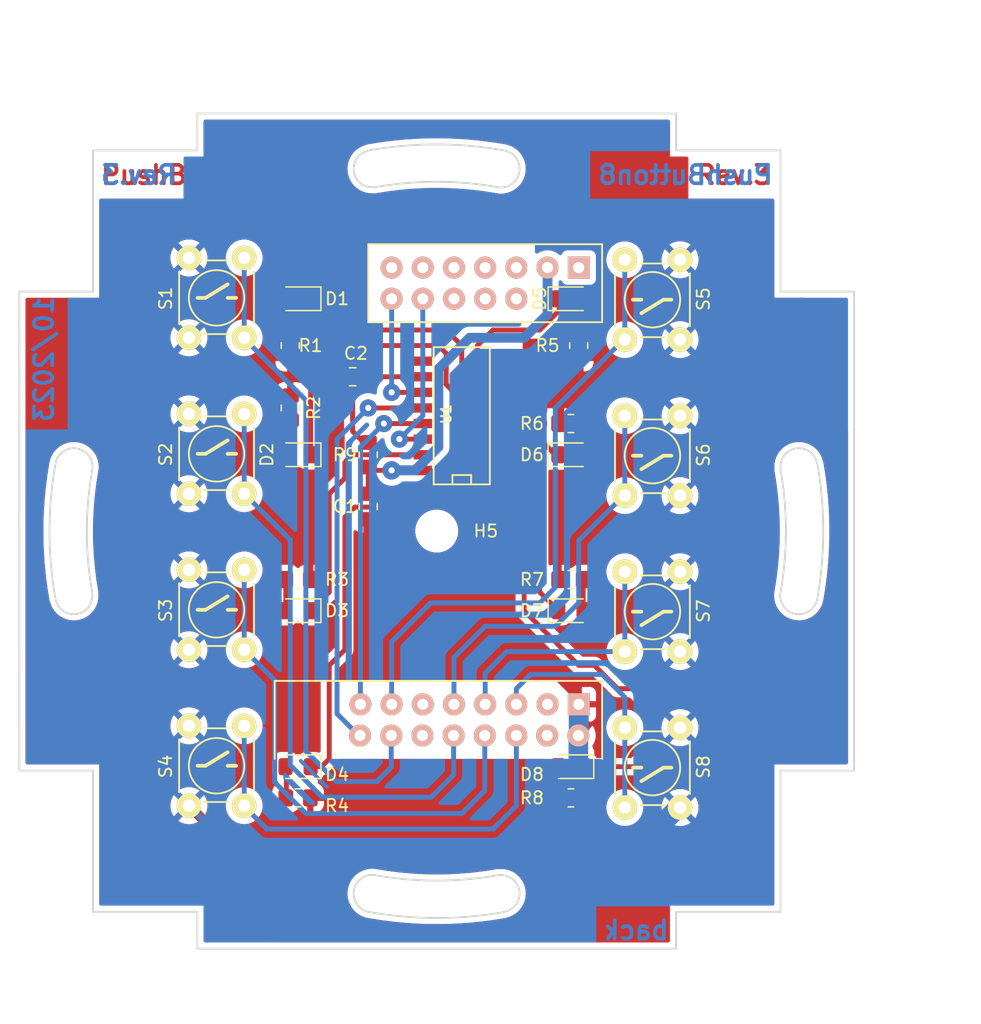
<source format=kicad_pcb>
(kicad_pcb (version 20211014) (generator pcbnew)
  (title_block (title "pushbutton8_atmega328") (date "2023-12-06") (rev "3"))
  (layers (0 "F.Cu" signal) (31 "B.Cu" signal) (34 "B.Paste" user) (35 "F.Paste" user) (36 "B.SilkS" user "B.Silkscreen") (37 "F.SilkS" user "F.Silkscreen") (38 "B.Mask" user) (39 "F.Mask" user) (44 "Edge.Cuts" user))
  (net 0 "")
  (net 1 "Net-(C1-Pad1)")
  (net 2 "Net-(C1-Pad2)")
  (net 3 "Net-(C2-Pad1)")
  (net 4 "Net-(D1-Pad2)")
  (net 5 "Net-(D2-Pad2)")
  (net 6 "Net-(D3-Pad2)")
  (net 7 "Net-(D4-Pad2)")
  (net 8 "Net-(D5-Pad1)")
  (net 9 "Net-(D5-Pad2)")
  (net 10 "Net-(D6-Pad1)")
  (net 11 "Net-(D6-Pad2)")
  (net 12 "Net-(D7-Pad1)")
  (net 13 "Net-(D7-Pad2)")
  (net 14 "Net-(D8-Pad1)")
  (net 15 "Net-(D8-Pad2)")
  (net 16 "Net-(MOD1-Pad34)")
  (net 17 "Net-(MOD1-Pad32)")
  (net 18 "Net-(MOD1-Pad16)")
  (net 19 "Net-(MOD1-Pad15)")
  (net 20 "Net-(MOD1-Pad14)")
  (net 21 "Net-(MOD1-Pad13)")
  (net 22 "Net-(MOD1-Pad10)")
  (net 23 "Net-(MOD1-Pad9)")
  (net 24 "Net-(MOD1-Pad8)")
  (net 25 "Net-(MOD1-Pad6)")
  (net 26 "Net-(MOD1-Pad7)")
  (net 27 "Net-(MOD1-Pad5)")
  (net 28 "Net-(D3-Pad1)")
  (net 29 "Net-(D4-Pad1)")
  (net 30 "Net-(D1-Pad1)")
  (net 31 "Net-(D2-Pad1)")
  (footprint "Capacitor_SMD:C_0805_2012Metric_Pad1.18x1.45mm_HandSolder" (layer "F.Cu") (at 121.92 125.4975 -90)
    (fp_text reference "C1" (at 0 1.905) (layer "F.SilkS"))
    (fp_text value "100nF")
    (pad "1" smd roundrect (at -1.0375 0 270) (size 1.175 1.45) (layers "F.Cu" "F.Paste" "F.Mask") (roundrect_rratio 0.2127659574) (net 1 "Net-(C1-Pad1)"))
    (pad "2" smd roundrect (at 1.0375 0 270) (size 1.175 1.45) (layers "F.Cu" "F.Paste" "F.Mask") (roundrect_rratio 0.2127659574) (net 2 "Net-(C1-Pad2)"))
  )
  (footprint "Capacitor_SMD:C_0805_2012Metric_Pad1.18x1.45mm_HandSolder" (layer "F.Cu") (at 120.65 114.935 180)
    (fp_text reference "C2" (at -0.261252 1.905) (layer "F.SilkS"))
    (fp_text value "100nF")
    (pad "1" smd roundrect (at -1.0375 0 180) (size 1.175 1.45) (layers "F.Cu" "F.Paste" "F.Mask") (roundrect_rratio 0.2127659574) (net 3 "Net-(C2-Pad1)"))
    (pad "2" smd roundrect (at 1.0375 0 180) (size 1.175 1.45) (layers "F.Cu" "F.Paste" "F.Mask") (roundrect_rratio 0.2127659574) (net 2 "Net-(C1-Pad2)"))
  )
  (footprint "LED_SMD:LED_0805_2012Metric_Pad1.15x1.40mm_HandSolder" (layer "F.Cu") (at 116.205 108.585 180)
    (fp_text reference "D1" (at -3.175 0) (layer "F.SilkS"))
    (fp_text value "LED")
    (pad "1" smd roundrect (at -1.025 0 180) (size 1.15 1.4) (layers "F.Cu" "F.Paste" "F.Mask") (roundrect_rratio 0.2173913043) (net 30 "Net-(D1-Pad1)"))
    (pad "2" smd roundrect (at 1.025 0 180) (size 1.15 1.4) (layers "F.Cu" "F.Paste" "F.Mask") (roundrect_rratio 0.2173913043) (net 4 "Net-(D1-Pad2)"))
  )
  (footprint "LED_SMD:LED_0805_2012Metric_Pad1.15x1.40mm_HandSolder" (layer "F.Cu") (at 116.205 121.285 180)
    (fp_text reference "D2" (at 2.54 0 270) (layer "F.SilkS"))
    (fp_text value "LED")
    (pad "1" smd roundrect (at -1.025 0 180) (size 1.15 1.4) (layers "F.Cu" "F.Paste" "F.Mask") (roundrect_rratio 0.2173913043) (net 31 "Net-(D2-Pad1)"))
    (pad "2" smd roundrect (at 1.025 0 180) (size 1.15 1.4) (layers "F.Cu" "F.Paste" "F.Mask") (roundrect_rratio 0.2173913043) (net 5 "Net-(D2-Pad2)"))
  )
  (footprint "LED_SMD:LED_0805_2012Metric_Pad1.15x1.40mm_HandSolder" (layer "F.Cu") (at 116.205 133.985 180)
    (fp_text reference "D3" (at -3.175 0 180) (layer "F.SilkS"))
    (fp_text value "LED")
    (pad "1" smd roundrect (at -1.025 0 180) (size 1.15 1.4) (layers "F.Cu" "F.Paste" "F.Mask") (roundrect_rratio 0.2173913043) (net 28 "Net-(D3-Pad1)"))
    (pad "2" smd roundrect (at 1.025 0 180) (size 1.15 1.4) (layers "F.Cu" "F.Paste" "F.Mask") (roundrect_rratio 0.2173913043) (net 6 "Net-(D3-Pad2)"))
  )
  (footprint "LED_SMD:LED_0805_2012Metric_Pad1.15x1.40mm_HandSolder" (layer "F.Cu") (at 116.205 146.685 180)
    (fp_text reference "D4" (at -3.175 -0.635) (layer "F.SilkS"))
    (fp_text value "LED")
    (pad "1" smd roundrect (at -1.025 0 180) (size 1.15 1.4) (layers "F.Cu" "F.Paste" "F.Mask") (roundrect_rratio 0.2173913043) (net 29 "Net-(D4-Pad1)"))
    (pad "2" smd roundrect (at 1.025 0 180) (size 1.15 1.4) (layers "F.Cu" "F.Paste" "F.Mask") (roundrect_rratio 0.2173913043) (net 7 "Net-(D4-Pad2)"))
  )
  (footprint "LED_SMD:LED_0805_2012Metric_Pad1.15x1.40mm_HandSolder" (layer "F.Cu") (at 138.43 108.585)
    (fp_text reference "D5" (at -2.54 0 90) (layer "F.SilkS"))
    (fp_text value "LED")
    (pad "1" smd roundrect (at -1.025 0) (size 1.15 1.4) (layers "F.Cu" "F.Paste" "F.Mask") (roundrect_rratio 0.2173913043) (net 8 "Net-(D5-Pad1)"))
    (pad "2" smd roundrect (at 1.025 0) (size 1.15 1.4) (layers "F.Cu" "F.Paste" "F.Mask") (roundrect_rratio 0.2173913043) (net 9 "Net-(D5-Pad2)"))
  )
  (footprint "LED_SMD:LED_0805_2012Metric_Pad1.15x1.40mm_HandSolder" (layer "F.Cu") (at 138.43 121.285)
    (fp_text reference "D6" (at -3.175 0 180) (layer "F.SilkS"))
    (fp_text value "LED")
    (pad "1" smd roundrect (at -1.025 0) (size 1.15 1.4) (layers "F.Cu" "F.Paste" "F.Mask") (roundrect_rratio 0.2173913043) (net 10 "Net-(D6-Pad1)"))
    (pad "2" smd roundrect (at 1.025 0) (size 1.15 1.4) (layers "F.Cu" "F.Paste" "F.Mask") (roundrect_rratio 0.2173913043) (net 11 "Net-(D6-Pad2)"))
  )
  (footprint "LED_SMD:LED_0805_2012Metric_Pad1.15x1.40mm_HandSolder" (layer "F.Cu") (at 138.43 133.985)
    (fp_text reference "D7" (at -3.175 0) (layer "F.SilkS"))
    (fp_text value "LED")
    (pad "1" smd roundrect (at -1.025 0) (size 1.15 1.4) (layers "F.Cu" "F.Paste" "F.Mask") (roundrect_rratio 0.2173913043) (net 12 "Net-(D7-Pad1)"))
    (pad "2" smd roundrect (at 1.025 0) (size 1.15 1.4) (layers "F.Cu" "F.Paste" "F.Mask") (roundrect_rratio 0.2173913043) (net 13 "Net-(D7-Pad2)"))
  )
  (footprint "LED_SMD:LED_0805_2012Metric_Pad1.15x1.40mm_HandSolder" (layer "F.Cu") (at 138.43 146.685 180)
    (fp_text reference "D8" (at 3.175 -0.635 180) (layer "F.SilkS"))
    (fp_text value "LED")
    (pad "1" smd roundrect (at -1.025 0 180) (size 1.15 1.4) (layers "F.Cu" "F.Paste" "F.Mask") (roundrect_rratio 0.2173913043) (net 14 "Net-(D8-Pad1)"))
    (pad "2" smd roundrect (at 1.025 0 180) (size 1.15 1.4) (layers "F.Cu" "F.Paste" "F.Mask") (roundrect_rratio 0.2173913043) (net 15 "Net-(D8-Pad2)"))
  )
  (footprint "Resistor_SMD:R_0805_2012Metric_Pad1.20x1.40mm_HandSolder" (layer "F.Cu") (at 115.57 112.395 -90)
    (fp_text reference "R1" (at 0 -1.65) (layer "F.SilkS"))
    (fp_text value "R")
    (pad "1" smd roundrect (at -1 0 270) (size 1.2 1.4) (layers "F.Cu" "F.Paste" "F.Mask") (roundrect_rratio 0.2083333333) (net 4 "Net-(D1-Pad2)"))
    (pad "2" smd roundrect (at 1 0 270) (size 1.2 1.4) (layers "F.Cu" "F.Paste" "F.Mask") (roundrect_rratio 0.2083333333) (net 2 "Net-(C1-Pad2)"))
  )
  (footprint "Resistor_SMD:R_0805_2012Metric_Pad1.20x1.40mm_HandSolder" (layer "F.Cu") (at 115.57 117.475 90)
    (fp_text reference "R2" (at 0 1.905 90) (layer "F.SilkS"))
    (fp_text value "R")
    (pad "1" smd roundrect (at -1 0 90) (size 1.2 1.4) (layers "F.Cu" "F.Paste" "F.Mask") (roundrect_rratio 0.2083333333) (net 5 "Net-(D2-Pad2)"))
    (pad "2" smd roundrect (at 1 0 90) (size 1.2 1.4) (layers "F.Cu" "F.Paste" "F.Mask") (roundrect_rratio 0.2083333333) (net 2 "Net-(C1-Pad2)"))
  )
  (footprint "Resistor_SMD:R_0805_2012Metric_Pad1.20x1.40mm_HandSolder" (layer "F.Cu") (at 116.205 131.445)
    (fp_text reference "R3" (at 3.175 0) (layer "F.SilkS"))
    (fp_text value "R")
    (pad "1" smd roundrect (at -1 0) (size 1.2 1.4) (layers "F.Cu" "F.Paste" "F.Mask") (roundrect_rratio 0.2083333333) (net 6 "Net-(D3-Pad2)"))
    (pad "2" smd roundrect (at 1 0) (size 1.2 1.4) (layers "F.Cu" "F.Paste" "F.Mask") (roundrect_rratio 0.2083333333) (net 2 "Net-(C1-Pad2)"))
  )
  (footprint "Resistor_SMD:R_0805_2012Metric_Pad1.20x1.40mm_HandSolder" (layer "F.Cu") (at 116.205 149.225)
    (fp_text reference "R4" (at 3.175 0.635) (layer "F.SilkS"))
    (fp_text value "R")
    (pad "1" smd roundrect (at -1 0) (size 1.2 1.4) (layers "F.Cu" "F.Paste" "F.Mask") (roundrect_rratio 0.2083333333) (net 7 "Net-(D4-Pad2)"))
    (pad "2" smd roundrect (at 1 0) (size 1.2 1.4) (layers "F.Cu" "F.Paste" "F.Mask") (roundrect_rratio 0.2083333333) (net 2 "Net-(C1-Pad2)"))
  )
  (footprint "Resistor_SMD:R_0805_2012Metric_Pad1.20x1.40mm_HandSolder" (layer "F.Cu") (at 139.065 112.395 -90)
    (fp_text reference "R5" (at 0 2.54) (layer "F.SilkS"))
    (fp_text value "R")
    (pad "1" smd roundrect (at -1 0 270) (size 1.2 1.4) (layers "F.Cu" "F.Paste" "F.Mask") (roundrect_rratio 0.2083333333) (net 9 "Net-(D5-Pad2)"))
    (pad "2" smd roundrect (at 1 0 270) (size 1.2 1.4) (layers "F.Cu" "F.Paste" "F.Mask") (roundrect_rratio 0.2083333333) (net 2 "Net-(C1-Pad2)"))
  )
  (footprint "Resistor_SMD:R_0805_2012Metric_Pad1.20x1.40mm_HandSolder" (layer "F.Cu") (at 138.43 118.745 180)
    (fp_text reference "R6" (at 3.175 0) (layer "F.SilkS"))
    (fp_text value "R")
    (pad "1" smd roundrect (at -1 0 180) (size 1.2 1.4) (layers "F.Cu" "F.Paste" "F.Mask") (roundrect_rratio 0.2083333333) (net 11 "Net-(D6-Pad2)"))
    (pad "2" smd roundrect (at 1 0 180) (size 1.2 1.4) (layers "F.Cu" "F.Paste" "F.Mask") (roundrect_rratio 0.2083333333) (net 2 "Net-(C1-Pad2)"))
  )
  (footprint "Resistor_SMD:R_0805_2012Metric_Pad1.20x1.40mm_HandSolder" (layer "F.Cu") (at 138.43 131.445 180)
    (fp_text reference "R7" (at 3.175 0 180) (layer "F.SilkS"))
    (fp_text value "R")
    (pad "1" smd roundrect (at -1 0 180) (size 1.2 1.4) (layers "F.Cu" "F.Paste" "F.Mask") (roundrect_rratio 0.2083333333) (net 13 "Net-(D7-Pad2)"))
    (pad "2" smd roundrect (at 1 0 180) (size 1.2 1.4) (layers "F.Cu" "F.Paste" "F.Mask") (roundrect_rratio 0.2083333333) (net 2 "Net-(C1-Pad2)"))
  )
  (footprint "Resistor_SMD:R_0805_2012Metric_Pad1.20x1.40mm_HandSolder" (layer "F.Cu") (at 138.43 149.225)
    (fp_text reference "R8" (at -3.175 0) (layer "F.SilkS"))
    (fp_text value "R")
    (pad "1" smd roundrect (at -1 0) (size 1.2 1.4) (layers "F.Cu" "F.Paste" "F.Mask") (roundrect_rratio 0.2083333333) (net 15 "Net-(D8-Pad2)"))
    (pad "2" smd roundrect (at 1 0) (size 1.2 1.4) (layers "F.Cu" "F.Paste" "F.Mask") (roundrect_rratio 0.2083333333) (net 2 "Net-(C1-Pad2)"))
  )
  (footprint "Resistor_SMD:R_0805_2012Metric_Pad1.20x1.40mm_HandSolder" (layer "F.Cu") (at 121.92 121.285 90)
    (fp_text reference "R9" (at 0 -1.905 180) (layer "F.SilkS"))
    (fp_text value "4k7")
    (pad "1" smd roundrect (at -1 0 90) (size 1.2 1.4) (layers "F.Cu" "F.Paste" "F.Mask") (roundrect_rratio 0.2083333333) (net 1 "Net-(C1-Pad1)"))
    (pad "2" smd roundrect (at 1 0 90) (size 1.2 1.4) (layers "F.Cu" "F.Paste" "F.Mask") (roundrect_rratio 0.2083333333) (net 3 "Net-(C2-Pad1)"))
  )
  (footprint "Switch_Miscelleaneus:PHAP3301" (layer "F.Cu") (at 107.315 111.76 90)
    (fp_text reference "S1" (at 3.2 -1.9 90) (layer "F.SilkS"))
    (fp_text value "TASTER 3301")
    (pad "1" thru_hole circle locked (at 0 0 90) (size 2 2) (drill 1) (layers *.Cu *.Mask "F.SilkS") (net 2 "Net-(C1-Pad2)"))
    (pad "1" thru_hole circle locked (at 6.5 0 90) (size 2 2) (drill 1) (layers *.Cu *.Mask "F.SilkS") (net 2 "Net-(C1-Pad2)"))
    (pad "2" thru_hole circle locked (at 0 4.5 90) (size 2 2) (drill 1) (layers *.Cu *.Mask "F.SilkS") (net 20 "Net-(MOD1-Pad14)"))
    (pad "2" thru_hole circle locked (at 6.5 4.5 90) (size 2 2) (drill 1) (layers *.Cu *.Mask "F.SilkS") (net 20 "Net-(MOD1-Pad14)"))
  )
  (footprint "Switch_Miscelleaneus:PHAP3301" (layer "F.Cu") (at 107.315 124.46 90)
    (fp_text reference "S2" (at 3.2 -1.9 90) (layer "F.SilkS"))
    (fp_text value "TASTER 3301")
    (pad "1" thru_hole circle locked (at 0 0 90) (size 2 2) (drill 1) (layers *.Cu *.Mask "F.SilkS") (net 2 "Net-(C1-Pad2)"))
    (pad "1" thru_hole circle locked (at 6.5 0 90) (size 2 2) (drill 1) (layers *.Cu *.Mask "F.SilkS") (net 2 "Net-(C1-Pad2)"))
    (pad "2" thru_hole circle locked (at 0 4.5 90) (size 2 2) (drill 1) (layers *.Cu *.Mask "F.SilkS") (net 22 "Net-(MOD1-Pad10)"))
    (pad "2" thru_hole circle locked (at 6.5 4.5 90) (size 2 2) (drill 1) (layers *.Cu *.Mask "F.SilkS") (net 22 "Net-(MOD1-Pad10)"))
  )
  (footprint "Switch_Miscelleaneus:PHAP3301" (layer "F.Cu") (at 107.315 137.16 90)
    (fp_text reference "S3" (at 3.2 -1.9 90) (layer "F.SilkS"))
    (fp_text value "TASTER 3301")
    (pad "1" thru_hole circle locked (at 0 0 90) (size 2 2) (drill 1) (layers *.Cu *.Mask "F.SilkS") (net 2 "Net-(C1-Pad2)"))
    (pad "1" thru_hole circle locked (at 6.5 0 90) (size 2 2) (drill 1) (layers *.Cu *.Mask "F.SilkS") (net 2 "Net-(C1-Pad2)"))
    (pad "2" thru_hole circle locked (at 6.5 4.5 90) (size 2 2) (drill 1) (layers *.Cu *.Mask "F.SilkS") (net 24 "Net-(MOD1-Pad8)"))
    (pad "2" thru_hole circle locked (at 0 4.5 90) (size 2 2) (drill 1) (layers *.Cu *.Mask "F.SilkS") (net 24 "Net-(MOD1-Pad8)"))
  )
  (footprint "Switch_Miscelleaneus:PHAP3301" (layer "F.Cu") (at 107.315 149.86 90)
    (fp_text reference "S4" (at 3.2 -1.9 90) (layer "F.SilkS"))
    (fp_text value "TASTER 3301")
    (pad "1" thru_hole circle locked (at 6.5 0 90) (size 2 2) (drill 1) (layers *.Cu *.Mask "F.SilkS") (net 2 "Net-(C1-Pad2)"))
    (pad "1" thru_hole circle locked (at 0 0 90) (size 2 2) (drill 1) (layers *.Cu *.Mask "F.SilkS") (net 2 "Net-(C1-Pad2)"))
    (pad "2" thru_hole circle locked (at 0 4.5 90) (size 2 2) (drill 1) (layers *.Cu *.Mask "F.SilkS") (net 25 "Net-(MOD1-Pad6)"))
    (pad "2" thru_hole circle locked (at 6.5 4.5 90) (size 2 2) (drill 1) (layers *.Cu *.Mask "F.SilkS") (net 25 "Net-(MOD1-Pad6)"))
  )
  (footprint "Switch_Miscelleaneus:PHAP3301" (layer "F.Cu") (at 147.32 105.41 -90)
    (fp_text reference "S5" (at 3.2 -1.9 -90) (layer "F.SilkS"))
    (fp_text value "TASTER 3301")
    (pad "1" thru_hole circle locked (at 0 0 270) (size 2 2) (drill 1) (layers *.Cu *.Mask "F.SilkS") (net 2 "Net-(C1-Pad2)"))
    (pad "1" thru_hole circle locked (at 6.5 0 270) (size 2 2) (drill 1) (layers *.Cu *.Mask "F.SilkS") (net 2 "Net-(C1-Pad2)"))
    (pad "2" thru_hole circle locked (at 0 4.5 270) (size 2 2) (drill 1) (layers *.Cu *.Mask "F.SilkS") (net 21 "Net-(MOD1-Pad13)"))
    (pad "2" thru_hole circle locked (at 6.5 4.5 270) (size 2 2) (drill 1) (layers *.Cu *.Mask "F.SilkS") (net 21 "Net-(MOD1-Pad13)"))
  )
  (footprint "Switch_Miscelleaneus:PHAP3301" (layer "F.Cu") (at 147.32 118.11 -90)
    (fp_text reference "S6" (at 3.2 -1.9 -90) (layer "F.SilkS"))
    (fp_text value "TASTER 3301")
    (pad "1" thru_hole circle locked (at 6.5 0 270) (size 2 2) (drill 1) (layers *.Cu *.Mask "F.SilkS") (net 2 "Net-(C1-Pad2)"))
    (pad "1" thru_hole circle locked (at 0 0 270) (size 2 2) (drill 1) (layers *.Cu *.Mask "F.SilkS") (net 2 "Net-(C1-Pad2)"))
    (pad "2" thru_hole circle locked (at 6.5 4.5 270) (size 2 2) (drill 1) (layers *.Cu *.Mask "F.SilkS") (net 23 "Net-(MOD1-Pad9)"))
    (pad "2" thru_hole circle locked (at 0 4.5 270) (size 2 2) (drill 1) (layers *.Cu *.Mask "F.SilkS") (net 23 "Net-(MOD1-Pad9)"))
  )
  (footprint "Switch_Miscelleaneus:PHAP3301" (layer "F.Cu") (at 147.32 130.81 -90)
    (fp_text reference "S7" (at 3.2 -1.9 -90) (layer "F.SilkS"))
    (fp_text value "TASTER 3301")
    (pad "1" thru_hole circle locked (at 6.5 0 270) (size 2 2) (drill 1) (layers *.Cu *.Mask "F.SilkS") (net 2 "Net-(C1-Pad2)"))
    (pad "1" thru_hole circle locked (at 0 0 270) (size 2 2) (drill 1) (layers *.Cu *.Mask "F.SilkS") (net 2 "Net-(C1-Pad2)"))
    (pad "2" thru_hole circle locked (at 6.5 4.5 270) (size 2 2) (drill 1) (layers *.Cu *.Mask "F.SilkS") (net 26 "Net-(MOD1-Pad7)"))
    (pad "2" thru_hole circle locked (at 0 4.5 270) (size 2 2) (drill 1) (layers *.Cu *.Mask "F.SilkS") (net 26 "Net-(MOD1-Pad7)"))
  )
  (footprint "Switch_Miscelleaneus:PHAP3301" (layer "F.Cu") (at 147.32 143.51 -90)
    (fp_text reference "S8" (at 3.2 -1.9 -90) (layer "F.SilkS"))
    (fp_text value "TASTER 3301")
    (pad "1" thru_hole circle locked (at 6.5 0 270) (size 2 2) (drill 1) (layers *.Cu *.Mask "F.SilkS") (net 2 "Net-(C1-Pad2)"))
    (pad "1" thru_hole circle locked (at 0 0 270) (size 2 2) (drill 1) (layers *.Cu *.Mask "F.SilkS") (net 2 "Net-(C1-Pad2)"))
    (pad "2" thru_hole circle locked (at 6.5 4.5 270) (size 2 2) (drill 1) (layers *.Cu *.Mask "F.SilkS") (net 27 "Net-(MOD1-Pad5)"))
    (pad "2" thru_hole circle locked (at 0 4.5 270) (size 2 2) (drill 1) (layers *.Cu *.Mask "F.SilkS") (net 27 "Net-(MOD1-Pad5)"))
  )
  (footprint "Housings_SOIC:SO16N" (layer "F.Cu") (at 129.54 118.11 90)
    (fp_text reference "U1" (at 0.127 -1.27 90) (layer "F.SilkS") (effects (font (size 0.8 0.8))))
    (fp_text value "74HC595")
    (pad "1" smd rect locked (at -4.445 3.175 90) (size 0.762 1.5) (layers "F.Cu" "F.Paste" "F.Mask") (net 14 "Net-(D8-Pad1)"))
    (pad "2" smd rect locked (at -3.175 3.175 90) (size 0.762 1.5) (layers "F.Cu" "F.Paste" "F.Mask") (net 12 "Net-(D7-Pad1)"))
    (pad "3" smd rect locked (at -1.905 3.175 90) (size 0.762 1.5) (layers "F.Cu" "F.Paste" "F.Mask") (net 10 "Net-(D6-Pad1)"))
    (pad "4" smd rect locked (at -0.635 3.175 90) (size 0.762 1.5) (layers "F.Cu" "F.Paste" "F.Mask") (net 29 "Net-(D4-Pad1)"))
    (pad "5" smd rect locked (at 0.635 3.175 90) (size 0.762 1.5) (layers "F.Cu" "F.Paste" "F.Mask") (net 31 "Net-(D2-Pad1)"))
    (pad "6" smd rect locked (at 1.905 3.175 90) (size 0.762 1.5) (layers "F.Cu" "F.Paste" "F.Mask") (net 30 "Net-(D1-Pad1)"))
    (pad "7" smd rect locked (at 3.175 3.175 90) (size 0.762 1.5) (layers "F.Cu" "F.Paste" "F.Mask") (net 8 "Net-(D5-Pad1)"))
    (pad "8" smd rect locked (at 4.445 3.175 90) (size 0.762 1.5) (layers "F.Cu" "F.Paste" "F.Mask") (net 2 "Net-(C1-Pad2)"))
    (pad "9" smd rect locked (at 4.445 -3.175 90) (size 0.762 1.5) (layers "F.Cu" "F.Paste" "F.Mask"))
    (pad "10" smd rect locked (at 3.175 -3.175 90) (size 0.762 1.5) (layers "F.Cu" "F.Paste" "F.Mask") (net 3 "Net-(C2-Pad1)"))
    (pad "11" smd rect locked (at 1.905 -3.175 90) (size 0.762 1.5) (layers "F.Cu" "F.Paste" "F.Mask") (net 16 "Net-(MOD1-Pad34)"))
    (pad "12" smd rect locked (at 0.635 -3.175 90) (size 0.762 1.5) (layers "F.Cu" "F.Paste" "F.Mask") (net 18 "Net-(MOD1-Pad16)"))
    (pad "13" smd rect locked (at -0.635 -3.175 90) (size 0.762 1.5) (layers "F.Cu" "F.Paste" "F.Mask") (net 19 "Net-(MOD1-Pad15)"))
    (pad "14" smd rect locked (at -1.905 -3.175 90) (size 0.762 1.5) (layers "F.Cu" "F.Paste" "F.Mask") (net 17 "Net-(MOD1-Pad32)"))
    (pad "15" smd rect locked (at -3.175 -3.175 90) (size 0.762 1.5) (layers "F.Cu" "F.Paste" "F.Mask") (net 28 "Net-(D3-Pad1)"))
    (pad "16" smd rect locked (at -4.445 -3.175 90) (size 0.762 1.5) (layers "F.Cu" "F.Paste" "F.Mask") (net 1 "Net-(C1-Pad1)"))
  )
  (footprint "MountingHole:MountingHole_2.5mm" (layer "F.Cu") (at 127.5 127.5)
    (fp_text reference "H5" (at 4 0) (layer "F.SilkS"))
    (fp_text value "HOLE")
    (pad "" np_thru_hole circle (at 0 0) (size 2.5 2.5) (drill 2.5) (layers *.Cu *.Mask))
  )
  (footprint "Modules:bus-module_atmega328" (layer "B.Cu") (at 139.065 141.605)
    (fp_text reference "MOD1")
    (fp_text value "bus-module_atmega328")
    (pad "1" thru_hole rect (at 0 0) (size 1.8 1.8) (drill 0.9) (layers *.Cu *.Mask "B.SilkS") (net 2 "Net-(C1-Pad2)"))
    (pad "2" thru_hole circle (at -0.03 2.54) (size 1.8 1.8) (drill 0.9) (layers *.Cu *.Mask "B.SilkS") (net 2 "Net-(C1-Pad2)"))
    (pad "3" thru_hole circle (at -2.54 0) (size 1.8 1.8) (drill 0.9) (layers *.Cu *.Mask "B.SilkS"))
    (pad "4" thru_hole circle (at -2.57 2.54) (size 1.8 1.8) (drill 0.9) (layers *.Cu *.Mask "B.SilkS"))
    (pad "5" thru_hole circle (at -5.08 0) (size 1.8 1.8) (drill 0.9) (layers *.Cu *.Mask "B.SilkS") (net 27 "Net-(MOD1-Pad5)"))
    (pad "6" thru_hole circle (at -5.08 2.54) (size 1.8 1.8) (drill 0.9) (layers *.Cu *.Mask "B.SilkS") (net 25 "Net-(MOD1-Pad6)"))
    (pad "7" thru_hole circle (at -7.62 0) (size 1.8 1.8) (drill 0.9) (layers *.Cu *.Mask "B.SilkS") (net 26 "Net-(MOD1-Pad7)"))
    (pad "8" thru_hole circle (at -7.65 2.54) (size 1.8 1.8) (drill 0.9) (layers *.Cu *.Mask "B.SilkS") (net 24 "Net-(MOD1-Pad8)"))
    (pad "9" thru_hole circle (at -10.16 0) (size 1.8 1.8) (drill 0.9) (layers *.Cu *.Mask "B.SilkS") (net 23 "Net-(MOD1-Pad9)"))
    (pad "10" thru_hole circle (at -10.19 2.54) (size 1.8 1.8) (drill 0.9) (layers *.Cu *.Mask "B.SilkS") (net 22 "Net-(MOD1-Pad10)"))
    (pad "11" thru_hole circle (at -12.7 0) (size 1.8 1.8) (drill 0.9) (layers *.Cu *.Mask "B.SilkS"))
    (pad "12" thru_hole circle (at -12.73 2.54) (size 1.8 1.8) (drill 0.9) (layers *.Cu *.Mask "B.SilkS"))
    (pad "13" thru_hole circle (at -15.24 0) (size 1.8 1.8) (drill 0.9) (layers *.Cu *.Mask "B.SilkS") (net 21 "Net-(MOD1-Pad13)"))
    (pad "14" thru_hole circle (at -15.27 2.54) (size 1.8 1.8) (drill 0.9) (layers *.Cu *.Mask "B.SilkS") (net 20 "Net-(MOD1-Pad14)"))
    (pad "15" thru_hole circle (at -17.78 0) (size 1.8 1.8) (drill 0.9) (layers *.Cu *.Mask "B.SilkS") (net 19 "Net-(MOD1-Pad15)"))
    (pad "16" thru_hole circle (at -17.81 2.54) (size 1.8 1.8) (drill 0.9) (layers *.Cu *.Mask "B.SilkS") (net 18 "Net-(MOD1-Pad16)"))
    (pad "21" thru_hole rect (at 0 -35.56) (size 1.8 1.8) (drill 0.9) (layers *.Cu *.Mask "B.SilkS"))
    (pad "23" thru_hole circle (at -2.54 -35.56) (size 1.8 1.8) (drill 0.9) (layers *.Cu *.Mask "B.SilkS") (net 1 "Net-(C1-Pad1)"))
    (pad "25" thru_hole circle (at -5.08 -35.56) (size 1.8 1.8) (drill 0.9) (layers *.Cu *.Mask "B.SilkS"))
    (pad "26" thru_hole circle (at -5.08 -33.02) (size 1.8 1.8) (drill 0.9) (layers *.Cu *.Mask "B.SilkS"))
    (pad "27" thru_hole circle (at -7.62 -35.56) (size 1.8 1.8) (drill 0.9) (layers *.Cu *.Mask "B.SilkS"))
    (pad "28" thru_hole circle (at -7.62 -33.02) (size 1.8 1.8) (drill 0.9) (layers *.Cu *.Mask "B.SilkS"))
    (pad "29" thru_hole circle (at -10.16 -35.56) (size 1.8 1.8) (drill 0.9) (layers *.Cu *.Mask "B.SilkS"))
    (pad "30" thru_hole circle (at -10.16 -33.02) (size 1.8 1.8) (drill 0.9) (layers *.Cu *.Mask "B.SilkS"))
    (pad "31" thru_hole circle (at -12.7 -35.56) (size 1.8 1.8) (drill 0.9) (layers *.Cu *.Mask "B.SilkS"))
    (pad "32" thru_hole circle (at -12.7 -33.02) (size 1.8 1.8) (drill 0.9) (layers *.Cu *.Mask "B.SilkS") (net 17 "Net-(MOD1-Pad32)"))
    (pad "33" thru_hole circle (at -15.24 -35.56) (size 1.8 1.8) (drill 0.9) (layers *.Cu *.Mask "B.SilkS"))
    (pad "34" thru_hole circle (at -15.24 -33.02) (size 1.8 1.8) (drill 0.9) (layers *.Cu *.Mask "B.SilkS") (net 16 "Net-(MOD1-Pad34)"))
  )
  (gr_line (start 140.97 139.7) (end 140.97 146.05) (layer "F.SilkS") (width 0.15))
  (gr_line (start 140.97 104.14) (end 140.97 110.49) (layer "F.SilkS") (width 0.15))
  (gr_line (start 114.3 139.7) (end 140.97 139.7) (layer "F.SilkS") (width 0.15))
  (gr_line (start 121.92 110.49) (end 121.92 104.14) (layer "F.SilkS") (width 0.15))
  (gr_line (start 121.92 104.14) (end 140.97 104.14) (layer "F.SilkS") (width 0.15))
  (gr_line (start 114.3 146.05) (end 114.3 139.7) (layer "F.SilkS") (width 0.15))
  (gr_line (start 140.97 110.49) (end 121.92 110.49) (layer "F.SilkS") (width 0.15))
  (gr_line (start 99.5 158.5) (end 99.5 147) (layer "Edge.Cuts") (width 0.15))
  (gr_line (start 108 93.5) (end 108 96.5) (layer "Edge.Cuts") (width 0.15))
  (gr_line (start 147 158.5) (end 147 161.5) (layer "Edge.Cuts") (width 0.15))
  (gr_arc (start 155.5 122.5) (mid 155.943218 127.522194) (end 155.493356 132.543797) (layer "Edge.Cuts") (width 0.15))
  (gr_line (start 158.423025 121.775658) (end 158.499999 122) (layer "Edge.Cuts") (width 0.15))
  (gr_line (start 96.519892 133.246508) (end 96.442918 133.022166) (layer "Edge.Cuts") (width 0.15))
  (gr_line (start 147 96.5) (end 147 93.5) (layer "Edge.Cuts") (width 0.15))
  (gr_arc (start 158.499998 133) (mid 156.771874 134.25348) (end 155.493356 132.543797) (layer "Edge.Cuts") (width 0.15))
  (gr_line (start 155.5 122.25) (end 155.5 122.5) (layer "Edge.Cuts") (width 0.15))
  (gr_arc (start 122 158.515876) (mid 120.746545 156.787756) (end 122.456203 155.509234) (layer "Edge.Cuts") (width 0.15))
  (gr_arc (start 122.477834 99.499999) (mid 127.5 99.057088) (end 132.521469 99.507826) (layer "Edge.Cuts") (width 0.15))
  (gr_line (start 93.5 147) (end 99.5 147) (layer "Edge.Cuts") (width 0.15))
  (gr_line (start 133.224342 158.438903) (end 133 158.515877) (layer "Edge.Cuts") (width 0.15))
  (gr_line (start 121.753492 96.576974) (end 121.977834 96.5) (layer "Edge.Cuts") (width 0.15))
  (gr_line (start 132.75 155.515878) (end 132.5 155.515878) (layer "Edge.Cuts") (width 0.15))
  (gr_arc (start 132.5 155.515878) (mid 127.477806 155.959102) (end 122.456203 155.509234) (layer "Edge.Cuts") (width 0.15))
  (gr_line (start 99.5 96.5) (end 99.5 108) (layer "Edge.Cuts") (width 0.15))
  (gr_arc (start 96.442918 133.022166) (mid 95.958796 127.522166) (end 96.442918 122.022166) (layer "Edge.Cuts") (width 0.15))
  (gr_arc (start 99.442917 132.772166) (mid 98.183198 134.252844) (end 96.519892 133.246508) (layer "Edge.Cuts") (width 0.15))
  (gr_arc (start 96.442919 122.022166) (mid 98.171036 120.768733) (end 99.449561 122.478369) (layer "Edge.Cuts") (width 0.15))
  (gr_line (start 108 161.5) (end 108 158.5) (layer "Edge.Cuts") (width 0.15))
  (gr_arc (start 122.227834 99.499999) (mid 120.747171 98.240278) (end 121.753492 96.576974) (layer "Edge.Cuts") (width 0.15))
  (gr_line (start 99.5 158.5) (end 108 158.5) (layer "Edge.Cuts") (width 0.15))
  (gr_arc (start 158.499999 122) (mid 158.984122 127.5) (end 158.499999 133) (layer "Edge.Cuts") (width 0.15))
  (gr_arc (start 155.5 122.25) (mid 156.759726 120.769369) (end 158.423025 121.775658) (layer "Edge.Cuts") (width 0.15))
  (gr_line (start 108 161.5) (end 147 161.5) (layer "Edge.Cuts") (width 0.15))
  (gr_arc (start 99.442917 132.522166) (mid 98.999699 127.499972) (end 99.449561 122.478369) (layer "Edge.Cuts") (width 0.15))
  (gr_line (start 161.5 108) (end 161.5 147) (layer "Edge.Cuts") (width 0.15))
  (gr_line (start 147 158.5) (end 155.5 158.5) (layer "Edge.Cuts") (width 0.15))
  (gr_arc (start 133 158.515877) (mid 127.5 159) (end 122 158.515877) (layer "Edge.Cuts") (width 0.15))
  (gr_line (start 108 96.5) (end 99.5 96.5) (layer "Edge.Cuts") (width 0.15))
  (gr_line (start 161.5 108) (end 155.5 108) (layer "Edge.Cuts") (width 0.15))
  (gr_arc (start 132.977834 96.5) (mid 134.231792 98.228792) (end 132.521469 99.507826) (layer "Edge.Cuts") (width 0.15))
  (gr_line (start 93.5 108) (end 93.5 147) (layer "Edge.Cuts") (width 0.15))
  (gr_line (start 99.442917 132.772166) (end 99.442917 132.522166) (layer "Edge.Cuts") (width 0.15))
  (gr_line (start 155.5 147) (end 155.5 158.5) (layer "Edge.Cuts") (width 0.15))
  (gr_line (start 147 96.5) (end 155.5 96.5) (layer "Edge.Cuts") (width 0.15))
  (gr_line (start 161.5 147) (end 155.5 147) (layer "Edge.Cuts") (width 0.15))
  (gr_arc (start 121.977834 96.5) (mid 127.477834 96.015877) (end 132.977834 96.5) (layer "Edge.Cuts") (width 0.15))
  (gr_line (start 122.227834 99.499999) (end 122.477834 99.499999) (layer "Edge.Cuts") (width 0.15))
  (gr_line (start 99.5 108) (end 93.5 108) (layer "Edge.Cuts") (width 0.15))
  (gr_line (start 108 93.5) (end 147 93.5) (layer "Edge.Cuts") (width 0.15))
  (gr_arc (start 132.75 155.515878) (mid 134.230649 156.775602) (end 133.224342 158.438903) (layer "Edge.Cuts") (width 0.15))
  (gr_line (start 155.5 108) (end 155.5 96.5) (layer "Edge.Cuts") (width 0.15))
  (gr_text "Rev.3" (at 148.5 98.5) (layer "F.Cu") (effects (font (size 1.5 1.5) (thickness 0.3)) (justify left)))
  (gr_text "PushButton8" (at 100 98.5) (layer "F.Cu") (effects (font (size 1.5 1.5) (thickness 0.3)) (justify left)))
  (gr_text "10/2023" (at 159.5 113.5 90) (layer "F.Cu") (effects (font (size 1.5 1.5) (thickness 0.3))))
  (gr_text "front" (at 111.25 160) (layer "F.Cu") (effects (font (size 1.5 1.5) (thickness 0.3))))
  (gr_text "PushButton8" (at 140.5 98.5) (layer "B.Cu") (effects (font (size 1.5 1.5) (thickness 0.3)) (justify right mirror)))
  (gr_text "10/2023" (at 95.5 113.5 90) (layer "B.Cu") (effects (font (size 1.5 1.5) (thickness 0.3)) (justify mirror)))
  (gr_text "back" (at 143.75 160) (layer "B.Cu") (effects (font (size 1.5 1.5) (thickness 0.3)) (justify mirror)))
  (gr_text "Rev.3" (at 100 98.5) (layer "B.Cu") (effects (font (size 1.5 1.5) (thickness 0.3)) (justify right mirror)))
  (segment (start 123.825 122.555) (end 122.2375 122.555) (width 0.4) (layer "F.Cu") (net 1))
  (segment (start 126.365 122.555) (end 123.825 122.555) (width 0.8) (layer "F.Cu") (net 1))
  (segment (start 121.92 122.8725) (end 121.92 124.46) (width 0.4) (layer "F.Cu") (net 1))
  (segment (start 122.2375 122.555) (end 121.92 122.8725) (width 0.4) (layer "F.Cu") (net 1))
  (via (at 123.825 122.555) (size 1.5) (drill 0.5) (layers "F.Cu" "B.Cu") (net 1))
  (segment (start 127.635 114.3) (end 127.635 120.65) (width 0.8) (layer "B.Cu") (net 1))
  (segment (start 130.175 111.76) (end 127.635 114.3) (width 0.8) (layer "B.Cu") (net 1))
  (segment (start 127.635 120.65) (end 125.73 122.555) (width 0.8) (layer "B.Cu") (net 1))
  (segment (start 136.525 109.855) (end 134.62 111.76) (width 0.8) (layer "B.Cu") (net 1))
  (segment (start 136.525 106.045) (end 136.525 109.855) (width 0.8) (layer "B.Cu") (net 1))
  (segment (start 134.62 111.76) (end 130.175 111.76) (width 0.8) (layer "B.Cu") (net 1))
  (segment (start 125.73 122.555) (end 123.825 122.555) (width 0.8) (layer "B.Cu") (net 1))
  (segment (start 107.8 149.86) (end 107.315 149.86) (width 0.8) (layer "F.Cu") (net 2))
  (segment (start 144.93 152.4) (end 139.7 152.4) (width 0.8) (layer "F.Cu") (net 2))
  (segment (start 139.3825 152.0825) (end 139.7 152.4) (width 0.8) (layer "F.Cu") (net 2))
  (segment (start 137.4775 116.5225) (end 138.1125 115.8875) (width 0.8) (layer "F.Cu") (net 2))
  (segment (start 135.89 113.665) (end 138.1125 115.8875) (width 0.8) (layer "F.Cu") (net 2))
  (segment (start 138.1125 115.8875) (end 139.065 114.935) (width 0.8) (layer "F.Cu") (net 2))
  (segment (start 139.065 141.605) (end 139.065 144.115) (width 1.6) (layer "F.Cu") (net 2))
  (segment (start 137.4775 118.745) (end 137.4775 116.5225) (width 0.8) (layer "F.Cu") (net 2))
  (segment (start 139.065 144.115) (end 139.035 144.145) (width 0.8) (layer "F.Cu") (net 2))
  (segment (start 147.32 150.01) (end 144.93 152.4) (width 0.8) (layer "F.Cu") (net 2))
  (segment (start 109.855 152.4) (end 107.315 149.86) (width 0.8) (layer "F.Cu") (net 2))
  (segment (start 139.3825 149.225) (end 139.3825 152.0825) (width 0.8) (layer "F.Cu") (net 2))
  (segment (start 139.065 141.605) (end 139.065 140.97) (width 0.8) (layer "F.Cu") (net 2))
  (segment (start 121.92 126.535) (end 121.92 129.54) (width 0.8) (layer "F.Cu") (net 2))
  (segment (start 132.715 113.665) (end 135.89 113.665) (width 0.8) (layer "F.Cu") (net 2))
  (segment (start 132.08 133.985) (end 126.365 133.985) (width 0.8) (layer "F.Cu") (net 2))
  (segment (start 139.065 140.97) (end 132.08 133.985) (width 0.8) (layer "F.Cu") (net 2))
  (segment (start 139.065 113.3475) (end 139.065 114.935) (width 0.8) (layer "F.Cu") (net 2))
  (segment (start 139.7 152.4) (end 109.855 152.4) (width 0.8) (layer "F.Cu") (net 2))
  (segment (start 126.365 133.985) (end 121.92 129.54) (width 0.8) (layer "F.Cu") (net 2))
  (segment (start 139.065 144.115) (end 139.035 144.145) (width 0.8) (layer "B.Cu") (net 2))
  (segment (start 139.035 144.145) (end 139.035 151.735) (width 1.6) (layer "B.Cu") (net 2))
  (segment (start 144.145 153.035) (end 147.17 150.01) (width 1.6) (layer "B.Cu") (net 2))
  (segment (start 147.17 150.01) (end 147.32 150.01) (width 1.6) (layer "B.Cu") (net 2))
  (segment (start 139.035 151.735) (end 140.335 153.035) (width 1.6) (layer "B.Cu") (net 2))
  (segment (start 140.335 153.035) (end 144.145 153.035) (width 1.6) (layer "B.Cu") (net 2))
  (segment (start 139.065 141.605) (end 139.065 144.115) (width 1.6) (layer "B.Cu") (net 2))
  (segment (start 120.65 119.38) (end 120.65 116.205) (width 0.4) (layer "F.Cu") (net 3))
  (segment (start 121.6025 120.3325) (end 120.65 119.38) (width 0.4) (layer "F.Cu") (net 3))
  (segment (start 121.92 120.3325) (end 121.6025 120.3325) (width 0.4) (layer "F.Cu") (net 3))
  (segment (start 121.92 114.935) (end 126.365 114.935) (width 0.4) (layer "F.Cu") (net 3))
  (segment (start 120.65 116.205) (end 121.92 114.935) (width 0.4) (layer "F.Cu") (net 3))
  (segment (start 115.18 108.585) (end 115.18 109.68) (width 0.4) (layer "F.Cu") (net 4))
  (segment (start 115.57 110.07) (end 115.57 111.395) (width 0.4) (layer "F.Cu") (net 4))
  (segment (start 115.18 109.68) (end 115.57 110.07) (width 0.4) (layer "F.Cu") (net 4))
  (segment (start 115.57 120.015) (end 115.57 118.475) (width 0.4) (layer "F.Cu") (net 5))
  (segment (start 115.18 121.285) (end 115.18 120.405) (width 0.4) (layer "F.Cu") (net 5))
  (segment (start 115.18 120.405) (end 115.57 120.015) (width 0.4) (layer "F.Cu") (net 5))
  (segment (start 115.205 133.96) (end 115.18 133.985) (width 0.4) (layer "F.Cu") (net 6))
  (segment (start 115.205 131.445) (end 115.205 133.96) (width 0.4) (layer "F.Cu") (net 6))
  (segment (start 115.2525 149.225) (end 115.2525 146.685) (width 0.4) (layer "F.Cu") (net 7))
  (segment (start 131.445 114.935) (end 130.81 114.3) (width 0.4) (layer "F.Cu") (net 8))
  (segment (start 130.81 114.3) (end 130.81 112.395) (width 0.4) (layer "F.Cu") (net 8))
  (segment (start 130.81 112.395) (end 132.08 111.125) (width 0.4) (layer "F.Cu") (net 8))
  (segment (start 132.08 111.125) (end 135.89 111.125) (width 0.4) (layer "F.Cu") (net 8))
  (segment (start 135.89 111.125) (end 137.4775 109.5375) (width 0.4) (layer "F.Cu") (net 8))
  (segment (start 137.4775 109.5375) (end 137.4775 108.585) (width 0.4) (layer "F.Cu") (net 8))
  (segment (start 132.715 114.935) (end 131.445 114.935) (width 0.4) (layer "F.Cu") (net 8))
  (segment (start 139.3825 111.125) (end 139.065 111.4425) (width 0.4) (layer "F.Cu") (net 9))
  (segment (start 139.3825 108.585) (end 139.3825 111.125) (width 0.4) (layer "F.Cu") (net 9))
  (segment (start 137.16 121.285) (end 135.89 120.015) (width 0.4) (layer "F.Cu") (net 10))
  (segment (start 135.89 120.015) (end 132.715 120.015) (width 0.4) (layer "F.Cu") (net 10))
  (segment (start 137.4775 121.285) (end 137.16 121.285) (width 0.4) (layer "F.Cu") (net 10))
  (segment (start 139.3825 118.745) (end 139.3825 121.285) (width 0.4) (layer "F.Cu") (net 11))
  (segment (start 137.405 133.985) (end 135.89 132.47) (width 0.4) (layer "F.Cu") (net 12))
  (segment (start 134.62 121.285) (end 132.715 121.285) (width 0.4) (layer "F.Cu") (net 12))
  (segment (start 135.89 122.555) (end 134.62 121.285) (width 0.4) (layer "F.Cu") (net 12))
  (segment (start 135.89 132.47) (end 135.89 122.555) (width 0.4) (layer "F.Cu") (net 12))
  (segment (start 139.43 133.96) (end 139.455 133.985) (width 0.4) (layer "F.Cu") (net 13))
  (segment (start 139.43 131.445) (end 139.43 133.96) (width 0.4) (layer "F.Cu") (net 13))
  (segment (start 143.637 146.685) (end 145.034 145.288) (width 0.4) (layer "F.Cu") (net 14))
  (segment (start 145.034 145.288) (end 145.034 141.859) (width 0.4) (layer "F.Cu") (net 14))
  (segment (start 145.034 141.859) (end 143.51 140.335) (width 0.4) (layer "F.Cu") (net 14))
  (segment (start 143.51 140.335) (end 142.24 140.335) (width 0.4) (layer "F.Cu") (net 14))
  (segment (start 142.24 140.335) (end 140.335 138.43) (width 0.4) (layer "F.Cu") (net 14))
  (segment (start 140.335 138.43) (end 139.065 138.43) (width 0.4) (layer "F.Cu") (net 14))
  (segment (start 133.35 122.555) (end 134.62 123.825) (width 0.4) (layer "F.Cu") (net 14))
  (segment (start 134.62 123.825) (end 134.62 133.985) (width 0.4) (layer "F.Cu") (net 14))
  (segment (start 134.62 133.985) (end 139.065 138.43) (width 0.4) (layer "F.Cu") (net 14))
  (segment (start 132.715 122.555) (end 133.35 122.555) (width 0.4) (layer "F.Cu") (net 14))
  (segment (start 143.637 146.685) (end 139.3825 146.685) (width 0.4) (layer "F.Cu") (net 14))
  (segment (start 137.4775 146.685) (end 137.4775 149.225) (width 0.4) (layer "F.Cu") (net 15))
  (segment (start 126.365 116.205) (end 123.825 116.205) (width 0.4) (layer "F.Cu") (net 16))
  (via (at 123.825 116.205) (size 1.4) (drill 0.5) (layers "F.Cu" "B.Cu") (net 16))
  (segment (start 123.825 116.205) (end 123.825 108.585) (width 0.4) (layer "B.Cu") (net 16))
  (segment (start 126.365 120.015) (end 124.46 120.015) (width 0.4) (layer "F.Cu") (net 17))
  (via (at 124.46 120.015) (size 1.4) (drill 0.5) (layers "F.Cu" "B.Cu") (net 17))
  (segment (start 124.46 120.015) (end 126.365 118.11) (width 0.4) (layer "B.Cu") (net 17))
  (segment (start 126.365 118.11) (end 126.365 108.585) (width 0.4) (layer "B.Cu") (net 17))
  (segment (start 126.365 117.475) (end 121.92 117.475) (width 0.4) (layer "F.Cu") (net 18))
  (via (at 121.92 117.475) (size 1.4) (drill 0.5) (layers "F.Cu" "B.Cu") (net 18))
  (segment (start 121.255 144.145) (end 121.145 144.145) (width 0.4) (layer "B.Cu") (net 18))
  (segment (start 121.145 144.145) (end 119.38 142.38) (width 0.4) (layer "B.Cu") (net 18))
  (segment (start 119.38 120.015) (end 121.92 117.475) (width 0.4) (layer "B.Cu") (net 18))
  (segment (start 119.38 142.38) (end 119.38 120.015) (width 0.4) (layer "B.Cu") (net 18))
  (segment (start 126.365 118.745) (end 123.19 118.745) (width 0.4) (layer "F.Cu") (net 19))
  (via (at 123.19 118.745) (size 1.4) (drill 0.5) (layers "F.Cu" "B.Cu") (net 19))
  (segment (start 123.19 118.745) (end 121.285 120.65) (width 0.4) (layer "B.Cu") (net 19))
  (segment (start 121.285 141.605) (end 121.285 120.65) (width 0.4) (layer "B.Cu") (net 19))
  (segment (start 123.795 146.715) (end 122.615 147.895) (width 0.4) (layer "B.Cu") (net 20))
  (segment (start 122.615 147.895) (end 119.32 147.895) (width 0.4) (layer "B.Cu") (net 20))
  (segment (start 119.32 147.895) (end 116.84 145.415) (width 0.4) (layer "B.Cu") (net 20))
  (segment (start 111.815 111.815) (end 116.84 116.84) (width 0.4) (layer "B.Cu") (net 20))
  (segment (start 116.84 116.84) (end 116.84 145.415) (width 0.4) (layer "B.Cu") (net 20))
  (segment (start 111.815 111.76) (end 111.815 105.26) (width 0.4) (layer "B.Cu") (net 20))
  (segment (start 123.795 144.145) (end 123.795 146.715) (width 0.4) (layer "B.Cu") (net 20))
  (segment (start 111.815 111.76) (end 111.815 111.815) (width 0.4) (layer "B.Cu") (net 20))
  (segment (start 142.725 111.91) (end 137.16 117.475) (width 0.4) (layer "B.Cu") (net 21))
  (segment (start 137.16 117.475) (end 137.16 132.08) (width 0.4) (layer "B.Cu") (net 21))
  (segment (start 137.16 132.08) (end 135.89 133.35) (width 0.4) (layer "B.Cu") (net 21))
  (segment (start 135.89 133.35) (end 127 133.35) (width 0.4) (layer "B.Cu") (net 21))
  (segment (start 127 133.35) (end 123.825 136.525) (width 0.4) (layer "B.Cu") (net 21))
  (segment (start 123.825 136.525) (end 123.825 141.605) (width 0.4) (layer "B.Cu") (net 21))
  (segment (start 142.82 111.91) (end 142.82 105.41) (width 0.4) (layer "B.Cu") (net 21))
  (segment (start 142.82 111.91) (end 142.725 111.91) (width 0.4) (layer "B.Cu") (net 21))
  (segment (start 128.875 147.35) (end 127.06 149.165) (width 0.4) (layer "B.Cu") (net 22))
  (segment (start 127.06 149.165) (end 118.17 149.165) (width 0.4) (layer "B.Cu") (net 22))
  (segment (start 118.17 149.165) (end 115.57 146.565) (width 0.4) (layer "B.Cu") (net 22))
  (segment (start 115.57 146.565) (end 115.57 128.215) (width 0.4) (layer "B.Cu") (net 22))
  (segment (start 115.57 128.215) (end 111.815 124.46) (width 0.4) (layer "B.Cu") (net 22))
  (segment (start 111.815 124.46) (end 111.815 117.96) (width 0.4) (layer "B.Cu") (net 22))
  (segment (start 128.875 144.145) (end 128.875 147.35) (width 0.4) (layer "B.Cu") (net 22))
  (segment (start 142.725 124.61) (end 139.065 128.27) (width 0.4) (layer "B.Cu") (net 23))
  (segment (start 139.065 128.27) (end 139.065 133.35) (width 0.4) (layer "B.Cu") (net 23))
  (segment (start 139.065 133.35) (end 137.16 135.255) (width 0.4) (layer "B.Cu") (net 23))
  (segment (start 137.16 135.255) (end 131.445 135.255) (width 0.4) (layer "B.Cu") (net 23))
  (segment (start 131.445 135.255) (end 128.905 137.795) (width 0.4) (layer "B.Cu") (net 23))
  (segment (start 128.905 137.795) (end 128.905 141.605) (width 0.4) (layer "B.Cu") (net 23))
  (segment (start 142.82 124.61) (end 142.725 124.61) (width 0.4) (layer "B.Cu") (net 23))
  (segment (start 142.82 118.11) (end 142.82 124.61) (width 0.4) (layer "B.Cu") (net 23))
  (segment (start 131.415 148.62) (end 129.54 150.495) (width 0.4) (layer "B.Cu") (net 24))
  (segment (start 129.54 150.495) (end 116.84 150.495) (width 0.4) (layer "B.Cu") (net 24))
  (segment (start 116.84 150.495) (end 114.3 147.955) (width 0.4) (layer "B.Cu") (net 24))
  (segment (start 114.3 147.955) (end 114.3 139.645) (width 0.4) (layer "B.Cu") (net 24))
  (segment (start 114.3 139.645) (end 111.815 137.16) (width 0.4) (layer "B.Cu") (net 24))
  (segment (start 111.815 137.16) (end 111.815 130.66) (width 0.4) (layer "B.Cu") (net 24))
  (segment (start 131.415 144.145) (end 131.415 148.62) (width 0.4) (layer "B.Cu") (net 24))
  (segment (start 111.815 149.915) (end 113.665 151.765) (width 0.4) (layer "B.Cu") (net 25))
  (segment (start 113.665 151.765) (end 132.08 151.765) (width 0.4) (layer "B.Cu") (net 25))
  (segment (start 132.08 151.765) (end 133.985 149.86) (width 0.4) (layer "B.Cu") (net 25))
  (segment (start 133.985 149.86) (end 133.985 144.145) (width 0.4) (layer "B.Cu") (net 25))
  (segment (start 111.815 143.36) (end 111.815 149.86) (width 0.4) (layer "B.Cu") (net 25))
  (segment (start 111.815 149.86) (end 111.815 149.915) (width 0.4) (layer "B.Cu") (net 25))
  (segment (start 133.2 137.31) (end 131.445 139.065) (width 0.4) (layer "B.Cu") (net 26))
  (segment (start 131.445 139.065) (end 131.445 141.605) (width 0.4) (layer "B.Cu") (net 26))
  (segment (start 142.82 130.81) (end 142.82 137.31) (width 0.4) (layer "B.Cu") (net 26))
  (segment (start 142.82 137.31) (end 133.2 137.31) (width 0.4) (layer "B.Cu") (net 26))
  (segment (start 142.82 141.025) (end 140.97 139.175) (width 0.4) (layer "B.Cu") (net 27))
  (segment (start 140.97 139.175) (end 135.145 139.175) (width 0.4) (layer "B.Cu") (net 27))
  (segment (start 135.145 139.175) (end 133.985 140.335) (width 0.4) (layer "B.Cu") (net 27))
  (segment (start 133.985 140.335) (end 133.985 141.605) (width 0.4) (layer "B.Cu") (net 27))
  (segment (start 142.82 143.51) (end 142.82 150.01) (width 0.4) (layer "B.Cu") (net 27))
  (segment (start 142.82 143.51) (end 142.82 141.025) (width 0.4) (layer "B.Cu") (net 27))
  (segment (start 118.745 124.46) (end 118.745 132.47) (width 0.4) (layer "F.Cu") (net 28))
  (segment (start 126.365 121.285) (end 120.60788 121.285) (width 0.4) (layer "F.Cu") (net 28))
  (segment (start 118.745 132.47) (end 117.23 133.985) (width 0.4) (layer "F.Cu") (net 28))
  (segment (start 120.015 121.87788) (end 120.015 123.19) (width 0.4) (layer "F.Cu") (net 28))
  (segment (start 120.60788 121.285) (end 120.015 121.87788) (width 0.4) (layer "F.Cu") (net 28))
  (segment (start 120.015 123.19) (end 118.745 124.46) (width 0.4) (layer "F.Cu") (net 28))
  (segment (start 120.015 137.16) (end 118.745 138.43) (width 0.4) (layer "F.Cu") (net 29))
  (segment (start 129.54 122.555) (end 128.27 123.825) (width 0.4) (layer "F.Cu") (net 29))
  (segment (start 123.3725 125.5475) (end 120.8325 125.5475) (width 0.4) (layer "F.Cu") (net 29))
  (segment (start 118.745 146.05) (end 118.11 146.685) (width 0.4) (layer "F.Cu") (net 29))
  (segment (start 129.54 120.015) (end 129.54 122.555) (width 0.4) (layer "F.Cu") (net 29))
  (segment (start 118.11 146.685) (end 117.1575 146.685) (width 0.4) (layer "F.Cu") (net 29))
  (segment (start 125.095 123.825) (end 123.3725 125.5475) (width 0.4) (layer "F.Cu") (net 29))
  (segment (start 132.715 118.745) (end 130.81 118.745) (width 0.4) (layer "F.Cu") (net 29))
  (segment (start 118.745 138.43) (end 118.745 146.05) (width 0.4) (layer "F.Cu") (net 29))
  (segment (start 120.015 126.365) (end 120.015 137.16) (width 0.4) (layer "F.Cu") (net 29))
  (segment (start 120.8325 125.5475) (end 120.015 126.365) (width 0.4) (layer "F.Cu") (net 29))
  (segment (start 128.27 123.825) (end 125.095 123.825) (width 0.4) (layer "F.Cu") (net 29))
  (segment (start 130.81 118.745) (end 129.54 120.015) (width 0.4) (layer "F.Cu") (net 29))
  (segment (start 128.27 111.125) (end 129.54 112.395) (width 0.4) (layer "F.Cu") (net 30))
  (segment (start 129.54 114.935) (end 130.81 116.205) (width 0.4) (layer "F.Cu") (net 30))
  (segment (start 118.11 111.125) (end 128.27 111.125) (width 0.4) (layer "F.Cu") (net 30))
  (segment (start 117.1575 108.585) (end 117.1575 110.1725) (width 0.4) (layer "F.Cu") (net 30))
  (segment (start 117.1575 110.1725) (end 118.11 111.125) (width 0.4) (layer "F.Cu") (net 30))
  (segment (start 129.54 112.395) (end 129.54 114.935) (width 0.4) (layer "F.Cu") (net 30))
  (segment (start 130.81 116.205) (end 132.715 116.205) (width 0.4) (layer "F.Cu") (net 30))
  (segment (start 128.27 113.03) (end 128.27 115.57) (width 0.4) (layer "F.Cu") (net 31))
  (segment (start 130.175 117.475) (end 132.715 117.475) (width 0.4) (layer "F.Cu") (net 31))
  (segment (start 128.27 115.57) (end 130.175 117.475) (width 0.4) (layer "F.Cu") (net 31))
  (segment (start 117.23 121.285) (end 117.23 113.275) (width 0.4) (layer "F.Cu") (net 31))
  (segment (start 127.635 112.395) (end 128.27 113.03) (width 0.4) (layer "F.Cu") (net 31))
  (segment (start 118.11 112.395) (end 127.635 112.395) (width 0.4) (layer "F.Cu") (net 31))
  (segment (start 117.23 113.275) (end 118.11 112.395) (width 0.4) (layer "F.Cu") (net 31))
  (zone (net 0) (net_name "") (layer "F.Cu") (connect_pads (clearance 0)) (min_thickness 0.3)
    (keepout (tracks allowed) (vias allowed) (pads allowed) (copperpour not_allowed) (footprints allowed))
    (fill (thermal_gap 0.508) (thermal_bridge_width 0.508))
    (polygon (pts (xy 120 112) (xy 134.5 112) (xy 134.5 124) (xy 120 124)))
  )
  (zone (net 0) (net_name "") (layer "F.Cu") (connect_pads (clearance 0)) (min_thickness 0.3)
    (keepout (tracks allowed) (vias allowed) (pads allowed) (copperpour not_allowed) (footprints allowed))
    (fill (thermal_gap 0.508) (thermal_bridge_width 0.508))
    (polygon (pts (xy 136.5 117.5) (xy 140.5 117.5) (xy 140.5 122.5) (xy 136.5 122.5)))
  )
  (zone (net 0) (net_name "") (layer "F.Cu") (connect_pads (clearance 0)) (min_thickness 0.3)
    (keepout (tracks allowed) (vias allowed) (pads allowed) (copperpour not_allowed) (footprints allowed))
    (fill (thermal_gap 0.508) (thermal_bridge_width 0.508))
    (polygon (pts (xy 121.92 104.14) (xy 140.97 104.14) (xy 140.97 110.49) (xy 121.92 110.49)))
  )
  (zone (net 0) (net_name "") (layer "F.Cu") (connect_pads (clearance 0)) (min_thickness 0.3)
    (keepout (tracks allowed) (vias allowed) (pads allowed) (copperpour not_allowed) (footprints allowed))
    (fill (thermal_gap 0.508) (thermal_bridge_width 0.508))
    (polygon (pts (xy 119.38 139.7) (xy 137.795 139.7) (xy 140.335 145.415) (xy 140.335 150.495) (xy 136.525 150.495) (xy 136.525 146.05) (xy 119.38 146.05)))
  )
  (zone (net 0) (net_name "") (layer "F.Cu") (connect_pads (clearance 0)) (min_thickness 0.3)
    (keepout (tracks allowed) (vias allowed) (pads allowed) (copperpour not_allowed) (footprints allowed))
    (fill (thermal_gap 0.508) (thermal_bridge_width 0.508))
    (polygon (pts (xy 126.365 126.365) (xy 128.905 126.365) (xy 128.905 128.905) (xy 126.365 128.905)))
  )
  (zone (net 2) (net_name "Net-(C1-Pad2)") (layer "F.Cu") (name "GND") (connect_pads (clearance 0.5)) (min_thickness 0.3) (fill yes (thermal_gap 0.508) (thermal_bridge_width 0.508))
    (polygon (pts (xy 146.5 97) (xy 155 97) (xy 155 108.5) (xy 161 108.5) (xy 161 146.5) (xy 155 146.5) (xy 155 158) (xy 146.5 158) (xy 146.5 161) (xy 108.5 161) (xy 108.5 158) (xy 100 158) (xy 100 146.5) (xy 94 146.5) (xy 94 108.5) (xy 100 108.5) (xy 100 97) (xy 108.5 97) (xy 108.5 94) (xy 146.5 94)))
  )
  (zone (net 0) (net_name "") (layer "B.Cu") (connect_pads (clearance 0)) (min_thickness 0.3)
    (keepout (tracks allowed) (vias allowed) (pads allowed) (copperpour not_allowed) (footprints allowed))
    (fill (thermal_gap 0.508) (thermal_bridge_width 0.508))
    (polygon (pts (xy 121.92 104.14) (xy 135.5 104.14) (xy 135.5 110.49) (xy 121.92 110.49)))
  )
  (zone (net 0) (net_name "") (layer "B.Cu") (connect_pads (clearance 0)) (min_thickness 0.3)
    (keepout (tracks allowed) (vias allowed) (pads allowed) (copperpour not_allowed) (footprints allowed))
    (fill (thermal_gap 0.508) (thermal_bridge_width 0.508))
    (polygon (pts (xy 114.3 139.7) (xy 140.97 139.7) (xy 140.97 146.05) (xy 114.3 146.05)))
  )
  (zone (net 2) (net_name "Net-(C1-Pad2)") (layer "B.Cu") (name "GND") (priority 1) (connect_pads (clearance 0.5)) (min_thickness 0.3) (fill yes (thermal_gap 0.508) (thermal_bridge_width 0.508) (island_removal_mode 1) (island_area_min 0))
    (polygon (pts (xy 155 108.5) (xy 161 108.5) (xy 161 146.5) (xy 155 146.5) (xy 155 158) (xy 146.5 158) (xy 146.5 161) (xy 108.5 161) (xy 108.5 158) (xy 100 158) (xy 100 146.5) (xy 94.025616 146.5) (xy 94 108.5) (xy 100 108.5) (xy 100 97) (xy 108.5 97) (xy 108.5 94) (xy 146.5 94) (xy 146.5 97) (xy 155 97)))
  )
)
</source>
